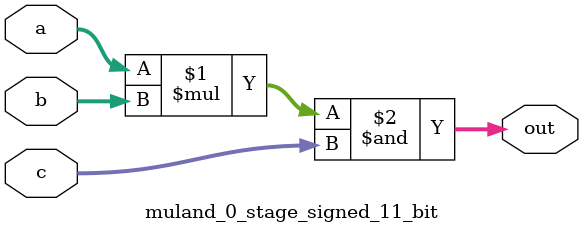
<source format=sv>
(* use_dsp = "yes" *) module muland_0_stage_signed_11_bit(
	input signed [10:0] a,
	input signed [10:0] b,
	input signed [10:0] c,
	output [10:0] out
	);

	assign out = (a * b) & c;
endmodule

</source>
